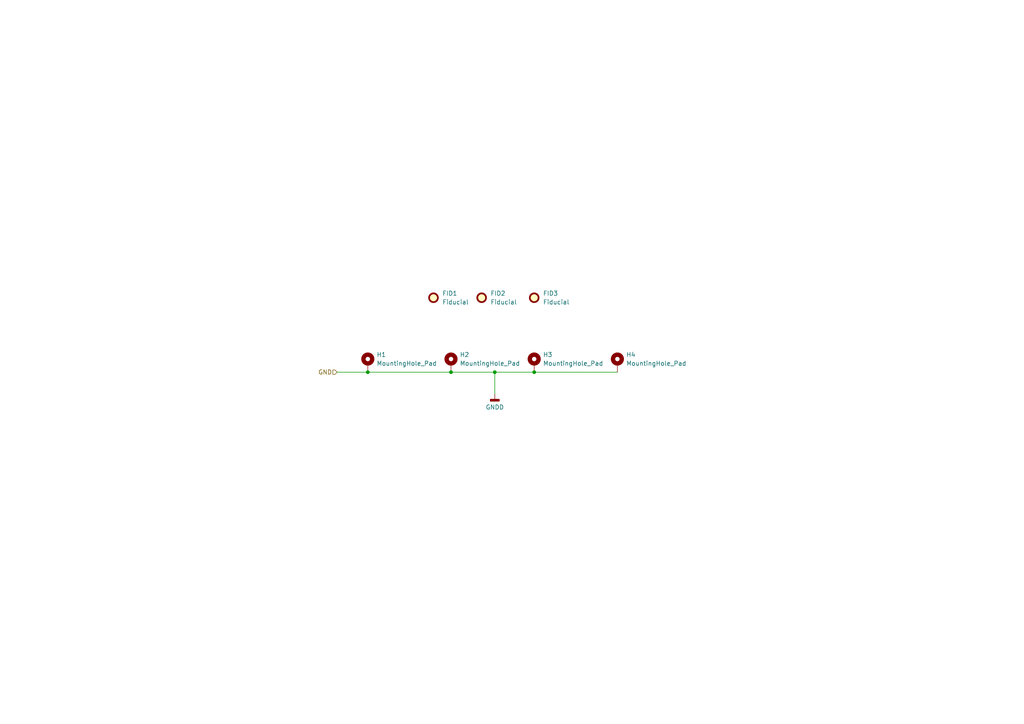
<source format=kicad_sch>
(kicad_sch (version 20250114) (generator "eeschema") (generator_version "9.0")
  (paper "A4")
  (lib_symbols
    (symbol "Mechanical:Fiducial" (in_bom no)
      (property "Reference" "FID" (at 0 5.08 0))
      (property "Value" "Fiducial" (at 0 3.175 0))
      (symbol "Fiducial_0_1"
        (circle (center 0 0) (radius 1.27) (stroke (width 0.508)) (fill (type background)))
      )
    )
    (symbol "Mechanical:MountingHole_Pad" (pin_numbers (hide yes)) (pin_names (offset 1.016) (hide yes)) (in_bom no)
      (property "Reference" "H" (at 0 6.35 0))
      (property "Value" "MountingHole_Pad" (at 0 4.445 0))
      (symbol "MountingHole_Pad_0_1"
        (circle (center 0 1.27) (radius 1.27) (stroke (width 1.27)))
      )
      (symbol "MountingHole_Pad_1_1"
        (pin input line (at 0 -2.54 90) (length 2.54) (name "1") (number "1"))
      )
    )
    (symbol "power:GNDD" (power) (pin_numbers (hide yes)) (pin_names (offset 0) (hide yes))
      (property "Value" "GNDD" (at 0 -3.175 0))
      (symbol "GNDD_0_1"
        (rectangle (start -1.27 -1.524) (end 1.27 -2.032) (stroke (width 0.254)) (fill (type outline)))
        (polyline (pts (xy 0 0) (xy 0 -1.524)))
      )
      (symbol "GNDD_1_1"
        (pin power_in line (at 0 0 270) (length 0) (name "~") (number "1"))
      )
    )
  )
  (junction (at 106.68 107.95))
  (junction (at 130.81 107.95))
  (junction (at 143.51 107.95))
  (junction (at 154.94 107.95))
  (wire (pts (xy 106.68 107.95) (xy 130.81 107.95)))
  (wire (pts (xy 154.94 107.95) (xy 179.07 107.95)))
  (wire (pts (xy 143.51 107.95) (xy 143.51 114.3)))
  (wire (pts (xy 130.81 107.95) (xy 143.51 107.95)))
  (wire (pts (xy 97.79 107.95) (xy 106.68 107.95)))
  (wire (pts (xy 143.51 107.95) (xy 154.94 107.95)))
  (hierarchical_label "GND" (shape input) (at 97.79 107.95 180))
  (symbol (lib_id "Mechanical:MountingHole_Pad") (at 179.07 105.41 0) (unit 1) (in_bom no)
    (property "Reference" "H4" (at 181.61 102.8699 0) (effects (justify left)))
    (property "Value" "MountingHole_Pad" (at 181.61 105.4099 0) (effects (justify left)))
    (property "Footprint" "MountingHole:MountingHole_3.2mm_M3" (effects (hide yes)))
    (property "Description" "Mounting Hole with connection" (effects (hide yes)))
  )
  (symbol (lib_id "Mechanical:MountingHole_Pad") (at 106.68 105.41 0) (unit 1) (in_bom no)
    (property "Reference" "H1" (at 109.22 102.8699 0) (effects (justify left)))
    (property "Value" "MountingHole_Pad" (at 109.22 105.4099 0) (effects (justify left)))
    (property "Footprint" "MountingHole:MountingHole_3.2mm_M3" (effects (hide yes)))
    (property "Description" "Mounting Hole with connection" (effects (hide yes)))
  )
  (symbol (lib_id "Mechanical:MountingHole_Pad") (at 130.81 105.41 0) (unit 1) (in_bom no)
    (property "Reference" "H2" (at 133.35 102.8699 0) (effects (justify left)))
    (property "Value" "MountingHole_Pad" (at 133.35 105.4099 0) (effects (justify left)))
    (property "Footprint" "MountingHole:MountingHole_3.2mm_M3" (effects (hide yes)))
    (property "Description" "Mounting Hole with connection" (effects (hide yes)))
  )
  (symbol (lib_id "Mechanical:Fiducial") (at 125.73 86.36 0) (unit 1) (in_bom no)
    (property "Reference" "FID1" (at 128.27 85.0899 0) (effects (justify left)))
    (property "Value" "Fiducial" (at 128.27 87.6299 0) (effects (justify left)))
    (property "Footprint" "Fiducial:Fiducial_0.5mm_Mask1.5mm" (effects (hide yes)))
    (property "Description" "Fiducial Marker" (effects (hide yes)))
  )
  (symbol (lib_id "Mechanical:Fiducial") (at 154.94 86.36 0) (unit 1) (in_bom no)
    (property "Reference" "FID3" (at 157.48 85.0899 0) (effects (justify left)))
    (property "Value" "Fiducial" (at 157.48 87.6299 0) (effects (justify left)))
    (property "Footprint" "Fiducial:Fiducial_0.5mm_Mask1.5mm" (effects (hide yes)))
    (property "Description" "Fiducial Marker" (effects (hide yes)))
  )
  (symbol (lib_id "Mechanical:MountingHole_Pad") (at 154.94 105.41 0) (unit 1) (in_bom no)
    (property "Reference" "H3" (at 157.48 102.8699 0) (effects (justify left)))
    (property "Value" "MountingHole_Pad" (at 157.48 105.4099 0) (effects (justify left)))
    (property "Footprint" "MountingHole:MountingHole_3.2mm_M3" (effects (hide yes)))
    (property "Description" "Mounting Hole with connection" (effects (hide yes)))
  )
  (symbol (lib_id "Mechanical:Fiducial") (at 139.7 86.36 0) (unit 1) (in_bom no)
    (property "Reference" "FID2" (at 142.24 85.0899 0) (effects (justify left)))
    (property "Value" "Fiducial" (at 142.24 87.6299 0) (effects (justify left)))
    (property "Footprint" "Fiducial:Fiducial_0.5mm_Mask1.5mm" (effects (hide yes)))
    (property "Description" "Fiducial Marker" (effects (hide yes)))
  )
  (symbol (lib_id "power:GNDD") (at 143.51 114.3 0) (unit 1)
    (property "Reference" "#PWR025" (effects (hide yes)))
    (property "Value" "GNDD" (at 143.51 118.11 0))
    (property "Description" "Power symbol creates a global label with name \"GNDD\" , digital ground" (effects (hide yes)))
  )
)
</source>
